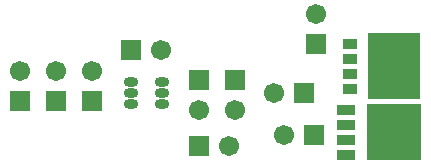
<source format=gts>
G04 Layer_Color=8388736*
%FSLAX23Y23*%
%MOIN*%
G70*
G01*
G75*
%ADD24O,0.049X0.032*%
%ADD25R,0.045X0.032*%
%ADD26R,0.178X0.219*%
%ADD27R,0.062X0.036*%
%ADD28R,0.183X0.186*%
%ADD29R,0.067X0.067*%
%ADD30C,0.067*%
%ADD31R,0.067X0.067*%
D24*
X1483Y1322D02*
D03*
Y1285D02*
D03*
Y1248D02*
D03*
X1587Y1322D02*
D03*
Y1285D02*
D03*
Y1248D02*
D03*
D25*
X2215Y1450D02*
D03*
Y1399D02*
D03*
Y1349D02*
D03*
Y1300D02*
D03*
D26*
X2359Y1376D02*
D03*
D27*
X2202Y1080D02*
D03*
Y1130D02*
D03*
Y1180D02*
D03*
Y1230D02*
D03*
D28*
X2360Y1155D02*
D03*
D29*
X1710Y1110D02*
D03*
X2060Y1285D02*
D03*
X1485Y1430D02*
D03*
X2095Y1145D02*
D03*
D30*
X1810Y1110D02*
D03*
X1830Y1230D02*
D03*
X1960Y1285D02*
D03*
X1355Y1360D02*
D03*
X1235D02*
D03*
X1115D02*
D03*
X1585Y1430D02*
D03*
X2100Y1550D02*
D03*
X1995Y1145D02*
D03*
X1710Y1230D02*
D03*
D31*
X1830Y1330D02*
D03*
X1355Y1260D02*
D03*
X1235D02*
D03*
X1115D02*
D03*
X2100Y1450D02*
D03*
X1710Y1330D02*
D03*
M02*

</source>
